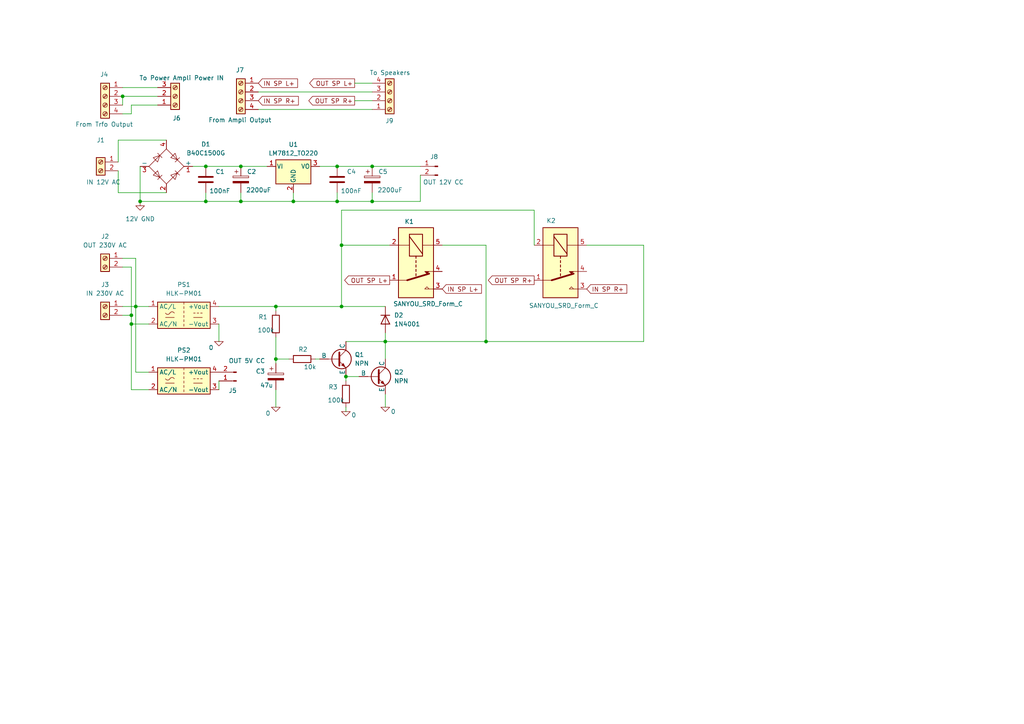
<source format=kicad_sch>
(kicad_sch (version 20250114) (generator "eeschema") (generator_version "9.0")
  (paper "A4")
  (lib_symbols
    (symbol "Connector:Conn_01x02_Pin" (pin_names (offset 1.016) (hide yes))
      (property "Reference" "J" (at 0 2.54 0))
      (property "Value" "Conn_01x02_Pin" (at 0 -5.08 0))
      (symbol "Conn_01x02_Pin_1_1"
        (rectangle (start 0.8636 0.127) (end 0 -0.127) (stroke (width 0.1524)) (fill (type outline)))
        (rectangle (start 0.8636 -2.413) (end 0 -2.667) (stroke (width 0.1524)) (fill (type outline)))
        (polyline (pts (xy 1.27 0) (xy 0.8636 0)) (stroke (width 0.1524)))
        (polyline (pts (xy 1.27 -2.54) (xy 0.8636 -2.54)) (stroke (width 0.1524)))
        (pin passive line (at 5.08 0 180) (length 3.81) (name "Pin_1") (number "1"))
        (pin passive line (at 5.08 -2.54 180) (length 3.81) (name "Pin_2") (number "2"))
      )
    )
    (symbol "Connector:Screw_Terminal_01x02" (pin_names (offset 1.016) (hide yes))
      (property "Reference" "J" (at 0 2.54 0))
      (property "Value" "Screw_Terminal_01x02" (at 0 -5.08 0))
      (symbol "Screw_Terminal_01x02_1_1"
        (rectangle (start -1.27 1.27) (end 1.27 -3.81) (stroke (width 0.254)) (fill (type background)))
        (polyline (pts (xy -0.5334 0.3302) (xy 0.3302 -0.508)) (stroke (width 0.1524)))
        (polyline (pts (xy -0.5334 -2.2098) (xy 0.3302 -3.048)) (stroke (width 0.1524)))
        (polyline (pts (xy -0.3556 0.508) (xy 0.508 -0.3302)) (stroke (width 0.1524)))
        (polyline (pts (xy -0.3556 -2.032) (xy 0.508 -2.8702)) (stroke (width 0.1524)))
        (circle (center 0 0) (radius 0.635) (stroke (width 0.1524)))
        (circle (center 0 -2.54) (radius 0.635) (stroke (width 0.1524)))
        (pin passive line (at -5.08 0 0) (length 3.81) (name "Pin_1") (number "1"))
        (pin passive line (at -5.08 -2.54 0) (length 3.81) (name "Pin_2") (number "2"))
      )
    )
    (symbol "Connector:Screw_Terminal_01x03" (pin_names (offset 1.016) (hide yes))
      (property "Reference" "J" (at 0 5.08 0))
      (property "Value" "Screw_Terminal_01x03" (at 0 -5.08 0))
      (symbol "Screw_Terminal_01x03_1_1"
        (rectangle (start -1.27 3.81) (end 1.27 -3.81) (stroke (width 0.254)) (fill (type background)))
        (polyline (pts (xy -0.5334 2.8702) (xy 0.3302 2.032)) (stroke (width 0.1524)))
        (polyline (pts (xy -0.5334 0.3302) (xy 0.3302 -0.508)) (stroke (width 0.1524)))
        (polyline (pts (xy -0.5334 -2.2098) (xy 0.3302 -3.048)) (stroke (width 0.1524)))
        (polyline (pts (xy -0.3556 3.048) (xy 0.508 2.2098)) (stroke (width 0.1524)))
        (polyline (pts (xy -0.3556 0.508) (xy 0.508 -0.3302)) (stroke (width 0.1524)))
        (polyline (pts (xy -0.3556 -2.032) (xy 0.508 -2.8702)) (stroke (width 0.1524)))
        (circle (center 0 2.54) (radius 0.635) (stroke (width 0.1524)))
        (circle (center 0 0) (radius 0.635) (stroke (width 0.1524)))
        (circle (center 0 -2.54) (radius 0.635) (stroke (width 0.1524)))
        (pin passive line (at -5.08 2.54 0) (length 3.81) (name "Pin_1") (number "1"))
        (pin passive line (at -5.08 0 0) (length 3.81) (name "Pin_2") (number "2"))
        (pin passive line (at -5.08 -2.54 0) (length 3.81) (name "Pin_3") (number "3"))
      )
    )
    (symbol "Connector:Screw_Terminal_01x04" (pin_names (offset 1.016) (hide yes))
      (property "Reference" "J" (at 0 5.08 0))
      (property "Value" "Screw_Terminal_01x04" (at 0 -7.62 0))
      (symbol "Screw_Terminal_01x04_1_1"
        (rectangle (start -1.27 3.81) (end 1.27 -6.35) (stroke (width 0.254)) (fill (type background)))
        (polyline (pts (xy -0.5334 2.8702) (xy 0.3302 2.032)) (stroke (width 0.1524)))
        (polyline (pts (xy -0.5334 0.3302) (xy 0.3302 -0.508)) (stroke (width 0.1524)))
        (polyline (pts (xy -0.5334 -2.2098) (xy 0.3302 -3.048)) (stroke (width 0.1524)))
        (polyline (pts (xy -0.5334 -4.7498) (xy 0.3302 -5.588)) (stroke (width 0.1524)))
        (polyline (pts (xy -0.3556 3.048) (xy 0.508 2.2098)) (stroke (width 0.1524)))
        (polyline (pts (xy -0.3556 0.508) (xy 0.508 -0.3302)) (stroke (width 0.1524)))
        (polyline (pts (xy -0.3556 -2.032) (xy 0.508 -2.8702)) (stroke (width 0.1524)))
        (polyline (pts (xy -0.3556 -4.572) (xy 0.508 -5.4102)) (stroke (width 0.1524)))
        (circle (center 0 2.54) (radius 0.635) (stroke (width 0.1524)))
        (circle (center 0 0) (radius 0.635) (stroke (width 0.1524)))
        (circle (center 0 -2.54) (radius 0.635) (stroke (width 0.1524)))
        (circle (center 0 -5.08) (radius 0.635) (stroke (width 0.1524)))
        (pin passive line (at -5.08 2.54 0) (length 3.81) (name "Pin_1") (number "1"))
        (pin passive line (at -5.08 0 0) (length 3.81) (name "Pin_2") (number "2"))
        (pin passive line (at -5.08 -2.54 0) (length 3.81) (name "Pin_3") (number "3"))
        (pin passive line (at -5.08 -5.08 0) (length 3.81) (name "Pin_4") (number "4"))
      )
    )
    (symbol "Converter_ACDC:HLK-PM01"
      (property "Reference" "PS" (at 0 5.08 0))
      (property "Value" "HLK-PM01" (at 0 -5.08 0))
      (symbol "HLK-PM01_0_1"
        (rectangle (start -7.62 3.81) (end 7.62 -3.81) (stroke (width 0.254)) (fill (type background)))
        (polyline (pts (xy -5.334 -0.635) (xy -2.794 -0.635)))
        (arc (start -4.064 0.635) (mid -4.699 0.2495) (end -5.334 0.635))
        (arc (start -4.064 0.635) (mid -3.429 1.0072) (end -2.794 0.635))
        (polyline (pts (xy 0 3.81) (xy 0 3.175)))
        (polyline (pts (xy 0 2.54) (xy 0 1.905)))
        (polyline (pts (xy 0 1.27) (xy 0 0.635)))
        (polyline (pts (xy 0 0) (xy 0 -0.635)))
        (polyline (pts (xy 0 -1.27) (xy 0 -1.905)))
        (polyline (pts (xy 0 -2.54) (xy 0 -3.175)))
        (polyline (pts (xy 2.794 0.635) (xy 3.302 0.635)))
        (polyline (pts (xy 2.794 -0.635) (xy 5.334 -0.635)))
        (polyline (pts (xy 3.81 0.635) (xy 4.318 0.635)))
        (polyline (pts (xy 4.826 0.635) (xy 5.334 0.635)))
      )
      (symbol "HLK-PM01_1_1"
        (pin power_in line (at -10.16 2.54 0) (length 2.54) (name "AC/L") (number "1"))
        (pin power_in line (at -10.16 -2.54 0) (length 2.54) (name "AC/N") (number "2"))
        (pin power_out line (at 10.16 2.54 180) (length 2.54) (name "+Vout") (number "4"))
        (pin power_out line (at 10.16 -2.54 180) (length 2.54) (name "-Vout") (number "3"))
      )
    )
    (symbol "Device:C" (pin_numbers (hide yes)) (pin_names (offset 0.254))
      (property "Reference" "C" (at 0.635 2.54 0))
      (property "Value" "C" (at 0.635 -2.54 0))
      (symbol "C_0_1"
        (polyline (pts (xy -2.032 0.762) (xy 2.032 0.762)) (stroke (width 0.508)))
        (polyline (pts (xy -2.032 -0.762) (xy 2.032 -0.762)) (stroke (width 0.508)))
      )
      (symbol "C_1_1"
        (pin passive line (at 0 3.81 270) (length 2.794) (name "~") (number "1"))
        (pin passive line (at 0 -3.81 90) (length 2.794) (name "~") (number "2"))
      )
    )
    (symbol "Device:C_Polarized" (pin_numbers (hide yes)) (pin_names (offset 0.254))
      (property "Reference" "C" (at 0.635 2.54 0))
      (property "Value" "C_Polarized" (at 0.635 -2.54 0))
      (symbol "C_Polarized_0_1"
        (rectangle (start -2.286 0.508) (end 2.286 1.016))
        (polyline (pts (xy -1.778 2.286) (xy -0.762 2.286)))
        (polyline (pts (xy -1.27 2.794) (xy -1.27 1.778)))
        (rectangle (start 2.286 -0.508) (end -2.286 -1.016) (fill (type outline)))
      )
      (symbol "C_Polarized_1_1"
        (pin passive line (at 0 3.81 270) (length 2.794) (name "~") (number "1"))
        (pin passive line (at 0 -3.81 90) (length 2.794) (name "~") (number "2"))
      )
    )
    (symbol "Device:R" (pin_numbers (hide yes)) (pin_names (offset 0))
      (property "Reference" "R" (at 2.032 0 90))
      (property "Value" "R" (at 0 0 90))
      (symbol "R_0_1"
        (rectangle (start -1.016 -2.54) (end 1.016 2.54) (stroke (width 0.254)))
      )
      (symbol "R_1_1"
        (pin passive line (at 0 3.81 270) (length 1.27) (name "~") (number "1"))
        (pin passive line (at 0 -3.81 90) (length 1.27) (name "~") (number "2"))
      )
    )
    (symbol "Diode:1N4001" (pin_numbers (hide yes)) (pin_names (hide yes))
      (property "Reference" "D" (at 0 2.54 0))
      (property "Value" "1N4001" (at 0 -2.54 0))
      (symbol "1N4001_0_1"
        (polyline (pts (xy -1.27 1.27) (xy -1.27 -1.27)) (stroke (width 0.254)))
        (polyline (pts (xy 1.27 1.27) (xy 1.27 -1.27) (xy -1.27 0) (xy 1.27 1.27)) (stroke (width 0.254)))
        (polyline (pts (xy 1.27 0) (xy -1.27 0)))
      )
      (symbol "1N4001_1_1"
        (pin passive line (at -3.81 0 0) (length 2.54) (name "K") (number "1"))
        (pin passive line (at 3.81 0 180) (length 2.54) (name "A") (number "2"))
      )
    )
    (symbol "Diode_Bridge:B40C1500G" (pin_names (offset 0))
      (property "Reference" "D" (at 2.54 6.985 0))
      (property "Value" "B40C1500G" (at 2.54 5.08 0))
      (symbol "B40C1500G_0_1"
        (polyline (pts (xy -5.08 0) (xy 0 -5.08) (xy 5.08 0) (xy 0 5.08) (xy -5.08 0)))
        (polyline (pts (xy -3.81 2.54) (xy -2.54 1.27) (xy -1.905 3.175) (xy -3.81 2.54)))
        (polyline (pts (xy -2.54 3.81) (xy -1.27 2.54)))
        (polyline (pts (xy -2.54 -1.27) (xy -3.81 -2.54) (xy -1.905 -3.175) (xy -2.54 -1.27)))
        (polyline (pts (xy -1.27 -2.54) (xy -2.54 -3.81)))
        (polyline (pts (xy 1.27 2.54) (xy 2.54 3.81) (xy 3.175 1.905) (xy 1.27 2.54)))
        (polyline (pts (xy 2.54 1.27) (xy 3.81 2.54)))
        (polyline (pts (xy 2.54 -1.27) (xy 3.81 -2.54)))
        (polyline (pts (xy 3.175 -1.905) (xy 1.27 -2.54) (xy 2.54 -3.81) (xy 3.175 -1.905)))
      )
      (symbol "B40C1500G_1_1"
        (pin passive line (at -7.62 0 0) (length 2.54) (name "-") (number "3"))
        (pin passive line (at 0 7.62 270) (length 2.54) (name "~") (number "4"))
        (pin passive line (at 0 -7.62 90) (length 2.54) (name "~") (number "2"))
        (pin passive line (at 7.62 0 180) (length 2.54) (name "+") (number "1"))
      )
    )
    (symbol "Regulator_Linear:LM7812_TO220" (pin_names (offset 0.254))
      (property "Reference" "U" (at -3.81 3.175 0))
      (property "Value" "LM7812_TO220" (at 0 3.175 0))
      (symbol "LM7812_TO220_0_1"
        (rectangle (start -5.08 1.905) (end 5.08 -5.08) (stroke (width 0.254)) (fill (type background)))
      )
      (symbol "LM7812_TO220_1_1"
        (pin power_in line (at -7.62 0 0) (length 2.54) (name "VI") (number "1"))
        (pin power_in line (at 0 -7.62 90) (length 2.54) (name "GND") (number "2"))
        (pin power_out line (at 7.62 0 180) (length 2.54) (name "VO") (number "3"))
      )
    )
    (symbol "Relay:SANYOU_SRD_Form_C"
      (property "Reference" "K" (at 11.43 3.81 0))
      (property "Value" "SANYOU_SRD_Form_C" (at 11.43 1.27 0))
      (symbol "SANYOU_SRD_Form_C_0_0"
        (polyline (pts (xy 7.62 5.08) (xy 7.62 2.54) (xy 6.985 3.175) (xy 7.62 3.81)))
      )
      (symbol "SANYOU_SRD_Form_C_0_1"
        (rectangle (start -10.16 5.08) (end 10.16 -5.08) (stroke (width 0.254)) (fill (type background)))
        (rectangle (start -8.255 1.905) (end -1.905 -1.905) (stroke (width 0.254)))
        (polyline (pts (xy -7.62 -1.905) (xy -2.54 1.905)) (stroke (width 0.254)))
        (polyline (pts (xy -5.08 5.08) (xy -5.08 1.905)))
        (polyline (pts (xy -5.08 -5.08) (xy -5.08 -1.905)))
        (polyline (pts (xy -1.905 0) (xy -1.27 0)) (stroke (width 0.254)))
        (polyline (pts (xy -0.635 0) (xy 0 0)) (stroke (width 0.254)))
        (polyline (pts (xy 0.635 0) (xy 1.27 0)) (stroke (width 0.254)))
        (polyline (pts (xy 1.905 0) (xy 2.54 0)) (stroke (width 0.254)))
        (polyline (pts (xy 3.175 0) (xy 3.81 0)) (stroke (width 0.254)))
        (polyline (pts (xy 5.08 -2.54) (xy 3.175 3.81)) (stroke (width 0.508)))
        (polyline (pts (xy 5.08 -2.54) (xy 5.08 -5.08)))
      )
      (symbol "SANYOU_SRD_Form_C_1_1"
        (polyline (pts (xy 2.54 3.81) (xy 3.175 3.175) (xy 2.54 2.54) (xy 2.54 5.08)) (fill (type outline)))
        (pin passive line (at -5.08 7.62 270) (length 2.54) (name "~") (number "5"))
        (pin passive line (at -5.08 -7.62 90) (length 2.54) (name "~") (number "2"))
        (pin passive line (at 2.54 7.62 270) (length 2.54) (name "~") (number "4"))
        (pin passive line (at 5.08 -7.62 90) (length 2.54) (name "~") (number "1"))
        (pin passive line (at 7.62 7.62 270) (length 2.54) (name "~") (number "3"))
      )
    )
    (symbol "Simulation_SPICE:0" (power) (pin_numbers (hide yes)) (pin_names (offset 0) (hide yes))
      (property "Value" "0" (at 0 -2.54 0))
      (symbol "0_0_1"
        (polyline (pts (xy -1.27 0) (xy 0 -1.27) (xy 1.27 0) (xy -1.27 0)))
      )
      (symbol "0_1_1"
        (pin power_in line (at 0 0 0) (length 0) (name "~") (number "1"))
      )
    )
    (symbol "Simulation_SPICE:NPN" (pin_numbers (hide yes)) (pin_names (offset 0))
      (property "Reference" "Q" (at -2.54 7.62 0))
      (property "Value" "NPN" (at -2.54 5.08 0))
      (symbol "NPN_0_1"
        (polyline (pts (xy -2.54 0) (xy 0.635 0)) (stroke (width 0.1524)))
        (polyline (pts (xy 0.635 1.905) (xy 0.635 -1.905) (xy 0.635 -1.905)) (stroke (width 0.508)))
        (polyline (pts (xy 0.635 0.635) (xy 2.54 2.54)))
        (polyline (pts (xy 0.635 -0.635) (xy 2.54 -2.54) (xy 2.54 -2.54)))
        (circle (center 1.27 0) (radius 2.8194) (stroke (width 0.254)))
        (polyline (pts (xy 1.27 -1.778) (xy 1.778 -1.27) (xy 2.286 -2.286) (xy 1.27 -1.778) (xy 1.27 -1.778)) (fill (type outline)))
        (polyline (pts (xy 2.794 -1.27) (xy 2.794 -1.27)) (stroke (width 0.1524)))
        (polyline (pts (xy 2.794 -1.27) (xy 2.794 -1.27)) (stroke (width 0.1524)))
      )
      (symbol "NPN_1_1"
        (pin input line (at -5.08 0 0) (length 2.54) (name "B") (number "2"))
        (pin open_collector line (at 2.54 5.08 270) (length 2.54) (name "C") (number "1"))
        (pin open_emitter line (at 2.54 -5.08 90) (length 2.54) (name "E") (number "3"))
      )
    )
    (symbol "power:GND" (power) (pin_numbers (hide yes)) (pin_names (offset 0) (hide yes))
      (property "Value" "GND" (at 0 -3.81 0))
      (symbol "GND_0_1"
        (polyline (pts (xy 0 0) (xy 0 -1.27) (xy 1.27 -1.27) (xy 0 -2.54) (xy -1.27 -1.27) (xy 0 -1.27)))
      )
      (symbol "GND_1_1"
        (pin power_in line (at 0 0 270) (length 0) (name "~") (number "1"))
      )
    )
  )
  (junction (at 111.76 99.06))
  (junction (at 100.33 109.22))
  (junction (at 107.95 58.42))
  (junction (at 40.64 58.42))
  (junction (at 38.1 93.98))
  (junction (at 80.01 104.14))
  (junction (at 59.69 58.42))
  (junction (at 35.56 27.94))
  (junction (at 99.06 71.12))
  (junction (at 107.95 48.26))
  (junction (at 69.85 48.26))
  (junction (at 97.79 58.42))
  (junction (at 140.97 99.06))
  (junction (at 85.09 58.42))
  (junction (at 69.85 58.42))
  (junction (at 39.37 88.9))
  (junction (at 97.79 48.26))
  (junction (at 59.69 48.26))
  (junction (at 99.06 88.9))
  (junction (at 38.1 91.44))
  (junction (at 80.01 88.9))
  (wire (pts (xy 69.85 48.26) (xy 77.47 48.26)))
  (wire (pts (xy 140.97 99.06) (xy 186.69 99.06)))
  (wire (pts (xy 100.33 99.06) (xy 111.76 99.06)))
  (wire (pts (xy 43.18 107.95) (xy 39.37 107.95)))
  (wire (pts (xy 34.29 46.99) (xy 34.29 40.64)))
  (wire (pts (xy 128.27 71.12) (xy 140.97 71.12)))
  (wire (pts (xy 85.09 55.88) (xy 85.09 58.42)))
  (wire (pts (xy 97.79 58.42) (xy 85.09 58.42)))
  (wire (pts (xy 38.1 113.03) (xy 38.1 93.98)))
  (wire (pts (xy 63.5 110.49) (xy 63.5 113.03)))
  (wire (pts (xy 100.33 119.38) (xy 100.33 118.11)))
  (wire (pts (xy 80.01 88.9) (xy 63.5 88.9)))
  (wire (pts (xy 59.69 48.26) (xy 69.85 48.26)))
  (wire (pts (xy 85.09 58.42) (xy 69.85 58.42)))
  (wire (pts (xy 38.1 93.98) (xy 43.18 93.98)))
  (wire (pts (xy 40.64 58.42) (xy 59.69 58.42)))
  (wire (pts (xy 38.1 91.44) (xy 35.56 91.44)))
  (wire (pts (xy 107.95 48.26) (xy 121.92 48.26)))
  (wire (pts (xy 107.95 58.42) (xy 97.79 58.42)))
  (wire (pts (xy 35.56 27.94) (xy 45.72 27.94)))
  (wire (pts (xy 69.85 58.42) (xy 59.69 58.42)))
  (wire (pts (xy 99.06 88.9) (xy 111.76 88.9)))
  (wire (pts (xy 35.56 27.94) (xy 35.56 30.48)))
  (wire (pts (xy 59.69 55.88) (xy 59.69 58.42)))
  (wire (pts (xy 154.94 71.12) (xy 154.94 60.96)))
  (wire (pts (xy 55.88 48.26) (xy 59.69 48.26)))
  (wire (pts (xy 43.18 113.03) (xy 38.1 113.03)))
  (wire (pts (xy 99.06 60.96) (xy 99.06 71.12)))
  (wire (pts (xy 38.1 30.48) (xy 45.72 30.48)))
  (wire (pts (xy 40.64 48.26) (xy 40.64 58.42)))
  (wire (pts (xy 80.01 105.41) (xy 80.01 104.14)))
  (wire (pts (xy 97.79 55.88) (xy 97.79 58.42)))
  (wire (pts (xy 100.33 109.22) (xy 104.14 109.22)))
  (wire (pts (xy 99.06 71.12) (xy 99.06 88.9)))
  (wire (pts (xy 92.71 48.26) (xy 97.79 48.26)))
  (wire (pts (xy 34.29 49.53) (xy 34.29 55.88)))
  (wire (pts (xy 39.37 88.9) (xy 43.18 88.9)))
  (wire (pts (xy 107.95 24.13) (xy 102.87 24.13)))
  (wire (pts (xy 111.76 96.52) (xy 111.76 99.06)))
  (wire (pts (xy 35.56 74.93) (xy 39.37 74.93)))
  (wire (pts (xy 35.56 25.4) (xy 45.72 25.4)))
  (wire (pts (xy 39.37 107.95) (xy 39.37 88.9)))
  (wire (pts (xy 97.79 48.26) (xy 107.95 48.26)))
  (wire (pts (xy 34.29 55.88) (xy 48.26 55.88)))
  (wire (pts (xy 80.01 97.79) (xy 80.01 104.14)))
  (wire (pts (xy 111.76 99.06) (xy 111.76 104.14)))
  (wire (pts (xy 35.56 33.02) (xy 38.1 33.02)))
  (wire (pts (xy 186.69 71.12) (xy 186.69 99.06)))
  (wire (pts (xy 63.5 93.98) (xy 63.5 99.06)))
  (wire (pts (xy 121.92 58.42) (xy 107.95 58.42)))
  (wire (pts (xy 80.01 104.14) (xy 83.82 104.14)))
  (wire (pts (xy 107.95 55.88) (xy 107.95 58.42)))
  (wire (pts (xy 80.01 88.9) (xy 80.01 90.17)))
  (wire (pts (xy 99.06 60.96) (xy 154.94 60.96)))
  (wire (pts (xy 121.92 50.8) (xy 121.92 58.42)))
  (wire (pts (xy 74.93 26.67) (xy 107.95 26.67)))
  (wire (pts (xy 38.1 33.02) (xy 38.1 30.48)))
  (wire (pts (xy 35.56 88.9) (xy 39.37 88.9)))
  (wire (pts (xy 39.37 74.93) (xy 39.37 88.9)))
  (wire (pts (xy 34.29 40.64) (xy 48.26 40.64)))
  (wire (pts (xy 74.93 31.75) (xy 107.95 31.75)))
  (wire (pts (xy 170.18 71.12) (xy 186.69 71.12)))
  (wire (pts (xy 38.1 77.47) (xy 38.1 91.44)))
  (wire (pts (xy 111.76 99.06) (xy 140.97 99.06)))
  (wire (pts (xy 35.56 77.47) (xy 38.1 77.47)))
  (wire (pts (xy 69.85 55.88) (xy 69.85 58.42)))
  (wire (pts (xy 99.06 71.12) (xy 113.03 71.12)))
  (wire (pts (xy 100.33 110.49) (xy 100.33 109.22)))
  (wire (pts (xy 80.01 88.9) (xy 99.06 88.9)))
  (wire (pts (xy 107.95 29.21) (xy 102.87 29.21)))
  (wire (pts (xy 38.1 91.44) (xy 38.1 93.98)))
  (wire (pts (xy 80.01 113.03) (xy 80.01 118.11)))
  (wire (pts (xy 91.44 104.14) (xy 92.71 104.14)))
  (wire (pts (xy 140.97 71.12) (xy 140.97 99.06)))
  (wire (pts (xy 111.76 114.3) (xy 111.76 118.11)))
  (global_label "OUT SP L+" (shape output) (at 102.87 24.13 180) (property "Intersheetrefs" "${INTERSHEET_REFS}" (effects (hide yes))))
  (global_label "IN SP L+" (shape input) (at 74.93 24.13 0) (property "Intersheetrefs" "${INTERSHEET_REFS}" (effects (hide yes))))
  (global_label "IN SP R+" (shape input) (at 74.93 29.21 0) (property "Intersheetrefs" "${INTERSHEET_REFS}" (effects (hide yes))))
  (global_label "OUT SP R+" (shape output) (at 154.94 81.28 180) (property "Intersheetrefs" "${INTERSHEET_REFS}" (effects (hide yes))))
  (global_label "OUT SP R+" (shape output) (at 102.87 29.21 180) (property "Intersheetrefs" "${INTERSHEET_REFS}" (effects (hide yes))))
  (global_label "OUT SP L+" (shape output) (at 113.03 81.28 180) (property "Intersheetrefs" "${INTERSHEET_REFS}" (effects (hide yes))))
  (global_label "IN SP R+" (shape input) (at 170.18 83.82 0) (property "Intersheetrefs" "${INTERSHEET_REFS}" (effects (hide yes))))
  (global_label "IN SP L+" (shape input) (at 128.27 83.82 0) (property "Intersheetrefs" "${INTERSHEET_REFS}" (effects (hide yes))))
  (symbol (lib_id "Connector:Screw_Terminal_01x02") (at 30.48 88.9 0) (mirror y) (unit 1)
    (property "Reference" "J3" (at 30.48 82.55 0))
    (property "Value" "IN 230V AC" (at 30.48 85.09 0))
    (property "Footprint" "TerminalBlock:TerminalBlock_Altech_AK300-2_P5.00mm" (effects (hide yes)))
    (property "Description" "Generic screw terminal, single row, 01x02, script generated (kicad-library-utils/schlib/autogen/connector/)" (effects (hide yes)))
  )
  (symbol (lib_id "Connector:Screw_Terminal_01x04") (at 69.85 26.67 0) (mirror y) (unit 1)
    (property "Reference" "J7" (at 69.596 20.32 0))
    (property "Value" "From Ampli Output" (at 69.596 34.798 0))
    (property "Footprint" "TerminalBlock:TerminalBlock_Altech_AK300-4_P5.00mm" (effects (hide yes)))
    (property "Description" "Generic screw terminal, single row, 01x04, script generated (kicad-library-utils/schlib/autogen/connector/)" (effects (hide yes)))
  )
  (symbol (lib_id "Simulation_SPICE:NPN") (at 109.22 109.22 0) (unit 1)
    (property "Reference" "Q2" (at 114.3 107.9499 0) (effects (justify left)))
    (property "Value" "NPN" (at 114.3 110.4899 0) (effects (justify left)))
    (property "Footprint" "Components:TO-126-3_Vertical" (effects (hide yes)))
    (property "Datasheet" "https://ngspice.sourceforge.io/docs/ngspice-html-manual/manual.xhtml#cha_BJTs" (effects (hide yes)))
    (property "Description" "Bipolar transistor symbol for simulation only, substrate tied to the emitter" (effects (hide yes)))
    (property "Sim.Device" "NPN" (effects (hide yes)))
    (property "Sim.Type" "GUMMELPOON" (effects (hide yes)))
    (property "Sim.Pins" "1=C 2=B 3=E" (effects (hide yes)))
  )
  (symbol (lib_id "Relay:SANYOU_SRD_Form_C") (at 162.56 76.2 270) (unit 1)
    (property "Reference" "K2" (at 158.496 64.008 90) (effects (justify left)))
    (property "Value" "SANYOU_SRD_Form_C" (at 153.416 88.646 90) (effects (justify left)))
    (property "Footprint" "Relay_THT:Relay_SPDT_SANYOU_SRD_Series_Form_C" (effects (hide yes)))
    (property "Datasheet" "http://www.sanyourelay.ca/public/products/pdf/SRD.pdf" (effects (hide yes)))
    (property "Description" "Sanyo SRD relay, Single Pole Miniature Power Relay," (effects (hide yes)))
  )
  (symbol (lib_id "Connector:Conn_01x02_Pin") (at 68.58 110.49 180) (unit 1)
    (property "Reference" "J5" (at 66.294 113.284 0) (effects (justify right)))
    (property "Value" "OUT 5V CC" (at 66.294 104.648 0) (effects (justify right)))
    (property "Footprint" "Connector_JST:JST_XH_B2B-XH-A_1x02_P2.50mm_Vertical" (effects (hide yes)))
    (property "Description" "Generic connector, single row, 01x02, script generated" (effects (hide yes)))
  )
  (symbol (lib_id "Connector:Conn_01x02_Pin") (at 127 48.26 0) (mirror y) (unit 1)
    (property "Reference" "J8" (at 124.714 45.466 0) (effects (justify right)))
    (property "Value" "OUT 12V CC" (at 122.682 52.832 0) (effects (justify right)))
    (property "Footprint" "Connector_JST:JST_XH_B2B-XH-A_1x02_P2.50mm_Vertical" (effects (hide yes)))
    (property "Description" "Generic connector, single row, 01x02, script generated" (effects (hide yes)))
  )
  (symbol (lib_id "Device:C") (at 59.69 52.07 0) (unit 1)
    (property "Reference" "C1" (at 62.484 49.784 0) (effects (justify left)))
    (property "Value" "100nF" (at 60.706 55.372 0) (effects (justify left)))
    (property "Footprint" "Capacitor_THT:C_Disc_D8.0mm_W2.5mm_P5.00mm" (effects (hide yes)))
    (property "Description" "Unpolarized capacitor" (effects (hide yes)))
  )
  (symbol (lib_id "Connector:Screw_Terminal_01x02") (at 29.21 46.99 0) (mirror y) (unit 1)
    (property "Reference" "J1" (at 29.21 40.64 0))
    (property "Value" "IN 12V AC" (at 29.972 52.832 0))
    (property "Footprint" "TerminalBlock:TerminalBlock_Altech_AK300-2_P5.00mm" (effects (hide yes)))
    (property "Description" "Generic screw terminal, single row, 01x02, script generated (kicad-library-utils/schlib/autogen/connector/)" (effects (hide yes)))
  )
  (symbol (lib_id "Connector:Screw_Terminal_01x04") (at 30.48 27.94 0) (mirror y) (unit 1)
    (property "Reference" "J4" (at 30.226 21.59 0))
    (property "Value" "From Trfo Output" (at 30.226 36.068 0))
    (property "Footprint" "TerminalBlock:TerminalBlock_Altech_AK300-4_P5.00mm" (effects (hide yes)))
    (property "Description" "Generic screw terminal, single row, 01x04, script generated (kicad-library-utils/schlib/autogen/connector/)" (effects (hide yes)))
  )
  (symbol (lib_id "Simulation_SPICE:NPN") (at 97.79 104.14 0) (unit 1)
    (property "Reference" "Q1" (at 102.87 102.8699 0) (effects (justify left)))
    (property "Value" "NPN" (at 102.87 105.4099 0) (effects (justify left)))
    (property "Footprint" "Package_TO_SOT_THT:TO-92L_Inline_Wide" (effects (hide yes)))
    (property "Datasheet" "https://ngspice.sourceforge.io/docs/ngspice-html-manual/manual.xhtml#cha_BJTs" (effects (hide yes)))
    (property "Description" "Bipolar transistor symbol for simulation only, substrate tied to the emitter" (effects (hide yes)))
    (property "Sim.Device" "NPN" (effects (hide yes)))
    (property "Sim.Type" "GUMMELPOON" (effects (hide yes)))
    (property "Sim.Pins" "1=C 2=B 3=E" (effects (hide yes)))
  )
  (symbol (lib_id "Device:R") (at 80.01 93.98 0) (unit 1)
    (property "Reference" "R1" (at 74.93 91.948 0) (effects (justify left)))
    (property "Value" "100k" (at 74.676 95.758 0) (effects (justify left)))
    (property "Footprint" "Resistor_THT:R_Axial_DIN0207_L6.3mm_D2.5mm_P15.24mm_Horizontal" (effects (hide yes)))
    (property "Description" "Resistor" (effects (hide yes)))
  )
  (symbol (lib_id "Connector:Screw_Terminal_01x02") (at 30.48 74.93 0) (mirror y) (unit 1)
    (property "Reference" "J2" (at 30.48 68.58 0))
    (property "Value" "OUT 230V AC" (at 30.48 71.12 0))
    (property "Footprint" "TerminalBlock:TerminalBlock_Altech_AK300-2_P5.00mm" (effects (hide yes)))
    (property "Description" "Generic screw terminal, single row, 01x02, script generated (kicad-library-utils/schlib/autogen/connector/)" (effects (hide yes)))
  )
  (symbol (lib_id "Converter_ACDC:HLK-PM01") (at 53.34 91.44 0) (unit 1)
    (property "Reference" "PS1" (at 53.34 82.55 0))
    (property "Value" "HLK-PM01" (at 53.34 85.09 0))
    (property "Footprint" "Components:Converter_ACDC_Hi-Link_HLK-PMxx" (effects (hide yes)))
    (property "Datasheet" "https://h.hlktech.com/download/ACDC%E7%94%B5%E6%BA%90%E6%A8%A1%E5%9D%973W%E7%B3%BB%E5%88%97/1/%E6%B5%B7%E5%87%8C%E7%A7%913W%E7%B3%BB%E5%88%97%E7%94%B5%E6%BA%90%E6%A8%A1%E5%9D%97%E8%A7%84%E6%A0%BC%E4%B9%A6V2.8.pdf" (effects (hide yes)))
    (property "Description" "Compact AC/DC board mount power module 3W 5V" (effects (hide yes)))
  )
  (symbol (lib_id "Diode:1N4001") (at 111.76 92.71 270) (unit 1)
    (property "Reference" "D2" (at 114.3 91.4399 90) (effects (justify left)))
    (property "Value" "1N4001" (at 114.3 93.9799 90) (effects (justify left)))
    (property "Footprint" "Diode_THT:D_DO-41_SOD81_P10.16mm_Horizontal" (effects (hide yes)))
    (property "Datasheet" "http://www.vishay.com/docs/88503/1n4001.pdf" (effects (hide yes)))
    (property "Description" "50V 1A General Purpose Rectifier Diode, DO-41" (effects (hide yes)))
    (property "Sim.Device" "D" (effects (hide yes)))
    (property "Sim.Pins" "1=K 2=A" (effects (hide yes)))
  )
  (symbol (lib_id "Simulation_SPICE:0") (at 80.01 118.11 0) (unit 1)
    (property "Reference" "#GND02" (effects (hide yes)))
    (property "Value" "0" (at 77.724 119.888 0))
    (property "Datasheet" "https://ngspice.sourceforge.io/docs/ngspice-html-manual/manual.xhtml#subsec_Circuit_elements__device" (effects (hide yes)))
    (property "Description" "0V reference potential for simulation" (effects (hide yes)))
  )
  (symbol (lib_id "Device:C_Polarized") (at 69.85 52.07 0) (unit 1)
    (property "Reference" "C2" (at 71.628 49.784 0) (effects (justify left)))
    (property "Value" "2200uF" (at 71.374 55.118 0) (effects (justify left)))
    (property "Footprint" "Capacitor_THT:CP_Radial_D12.5mm_P5.00mm" (effects (hide yes)))
    (property "Description" "Polarized capacitor" (effects (hide yes)))
  )
  (symbol (lib_id "Regulator_Linear:LM7812_TO220") (at 85.09 48.26 0) (unit 1)
    (property "Reference" "U1" (at 85.09 41.91 0))
    (property "Value" "LM7812_TO220" (at 85.09 44.45 0))
    (property "Footprint" "Package_TO_SOT_THT:TO-220-3_Vertical" (effects (hide yes)))
    (property "Datasheet" "https://www.onsemi.cn/PowerSolutions/document/MC7800-D.PDF" (effects (hide yes)))
    (property "Description" "Positive 1A 35V Linear Regulator, Fixed Output 12V, TO-220" (effects (hide yes)))
  )
  (symbol (lib_id "Connector:Screw_Terminal_01x03") (at 50.8 27.94 0) (mirror x) (unit 1)
    (property "Reference" "J6" (at 50.038 34.29 0) (effects (justify left)))
    (property "Value" "To Power Ampli Power IN" (at 40.386 22.606 0) (effects (justify left)))
    (property "Footprint" "TerminalBlock:TerminalBlock_Altech_AK300-3_P5.00mm" (effects (hide yes)))
    (property "Description" "Generic screw terminal, single row, 01x03, script generated (kicad-library-utils/schlib/autogen/connector/)" (effects (hide yes)))
  )
  (symbol (lib_id "Simulation_SPICE:0") (at 111.76 118.11 0) (unit 1)
    (property "Reference" "#GND04" (effects (hide yes)))
    (property "Value" "0" (at 114.046 119.38 0))
    (property "Datasheet" "https://ngspice.sourceforge.io/docs/ngspice-html-manual/manual.xhtml#subsec_Circuit_elements__device" (effects (hide yes)))
    (property "Description" "0V reference potential for simulation" (effects (hide yes)))
  )
  (symbol (lib_id "Device:R") (at 87.63 104.14 90) (unit 1)
    (property "Reference" "R2" (at 87.884 101.346 90))
    (property "Value" "10k" (at 89.916 106.426 90))
    (property "Footprint" "Resistor_THT:R_Axial_DIN0207_L6.3mm_D2.5mm_P15.24mm_Horizontal" (effects (hide yes)))
    (property "Description" "Resistor" (effects (hide yes)))
  )
  (symbol (lib_id "Simulation_SPICE:0") (at 63.5 99.06 0) (unit 1)
    (property "Reference" "#GND01" (effects (hide yes)))
    (property "Value" "0" (at 61.214 100.838 0))
    (property "Datasheet" "https://ngspice.sourceforge.io/docs/ngspice-html-manual/manual.xhtml#subsec_Circuit_elements__device" (effects (hide yes)))
    (property "Description" "0V reference potential for simulation" (effects (hide yes)))
  )
  (symbol (lib_id "Device:C_Polarized") (at 80.01 109.22 0) (unit 1)
    (property "Reference" "C3" (at 74.168 107.696 0) (effects (justify left)))
    (property "Value" "47u" (at 75.438 111.76 0) (effects (justify left)))
    (property "Footprint" "Capacitor_THT:CP_Radial_D5.0mm_P2.50mm" (effects (hide yes)))
    (property "Description" "Polarized capacitor" (effects (hide yes)))
  )
  (symbol (lib_id "Connector:Screw_Terminal_01x04") (at 113.03 29.21 0) (mirror x) (unit 1)
    (property "Reference" "J9" (at 111.76 35.052 0) (effects (justify left)))
    (property "Value" "To Speakers" (at 107.188 21.082 0) (effects (justify left)))
    (property "Footprint" "TerminalBlock:TerminalBlock_Altech_AK300-4_P5.00mm" (effects (hide yes)))
    (property "Description" "Generic screw terminal, single row, 01x04, script generated (kicad-library-utils/schlib/autogen/connector/)" (effects (hide yes)))
  )
  (symbol (lib_id "Relay:SANYOU_SRD_Form_C") (at 120.65 76.2 270) (unit 1)
    (property "Reference" "K1" (at 117.348 64.262 90) (effects (justify left)))
    (property "Value" "SANYOU_SRD_Form_C" (at 114.046 88.138 90) (effects (justify left)))
    (property "Footprint" "Relay_THT:Relay_SPDT_SANYOU_SRD_Series_Form_C" (effects (hide yes)))
    (property "Datasheet" "http://www.sanyourelay.ca/public/products/pdf/SRD.pdf" (effects (hide yes)))
    (property "Description" "Sanyo SRD relay, Single Pole Miniature Power Relay," (effects (hide yes)))
  )
  (symbol (lib_id "Converter_ACDC:HLK-PM01") (at 53.34 110.49 0) (unit 1)
    (property "Reference" "PS2" (at 53.34 101.6 0))
    (property "Value" "HLK-PM01" (at 53.34 104.14 0))
    (property "Footprint" "Components:Converter_ACDC_Hi-Link_HLK-PMxx" (effects (hide yes)))
    (property "Datasheet" "https://h.hlktech.com/download/ACDC%E7%94%B5%E6%BA%90%E6%A8%A1%E5%9D%973W%E7%B3%BB%E5%88%97/1/%E6%B5%B7%E5%87%8C%E7%A7%913W%E7%B3%BB%E5%88%97%E7%94%B5%E6%BA%90%E6%A8%A1%E5%9D%97%E8%A7%84%E6%A0%BC%E4%B9%A6V2.8.pdf" (effects (hide yes)))
    (property "Description" "Compact AC/DC board mount power module 3W 5V" (effects (hide yes)))
  )
  (symbol (lib_id "Device:C_Polarized") (at 107.95 52.07 0) (unit 1)
    (property "Reference" "C5" (at 109.728 49.784 0) (effects (justify left)))
    (property "Value" "2200uF" (at 109.474 55.118 0) (effects (justify left)))
    (property "Footprint" "Capacitor_THT:CP_Radial_D12.5mm_P5.00mm" (effects (hide yes)))
    (property "Description" "Polarized capacitor" (effects (hide yes)))
  )
  (symbol (lib_id "Diode_Bridge:B40C1500G") (at 48.26 48.26 0) (unit 1)
    (property "Reference" "D1" (at 59.69 41.8398 0))
    (property "Value" "B40C1500G" (at 59.69 44.3798 0))
    (property "Footprint" "Diode_THT:Diode_Bridge_Round_D9.8mm" (effects (hide yes)))
    (property "Datasheet" "https://www.vishay.com/docs/88501/b40c1500g.pdf" (effects (hide yes)))
    (property "Description" "Glass Passivated Single-Phase Bridge Rectifier, 40V Vrms, 1.5A If, WOG package" (effects (hide yes)))
  )
  (symbol (lib_id "Device:R") (at 100.33 114.3 0) (unit 1)
    (property "Reference" "R3" (at 95.25 112.268 0) (effects (justify left)))
    (property "Value" "100k" (at 94.996 116.078 0) (effects (justify left)))
    (property "Footprint" "Resistor_THT:R_Axial_DIN0207_L6.3mm_D2.5mm_P15.24mm_Horizontal" (effects (hide yes)))
    (property "Description" "Resistor" (effects (hide yes)))
  )
  (symbol (lib_id "power:GND") (at 40.64 58.42 0) (unit 1)
    (property "Reference" "#PWR01" (effects (hide yes)))
    (property "Value" "12V GND" (at 40.64 63.5 0))
    (property "Description" "Power symbol creates a global label with name \"GND\" , ground" (effects (hide yes)))
  )
  (symbol (lib_id "Device:C") (at 97.79 52.07 0) (unit 1)
    (property "Reference" "C4" (at 100.584 49.784 0) (effects (justify left)))
    (property "Value" "100nF" (at 98.806 55.372 0) (effects (justify left)))
    (property "Footprint" "Capacitor_THT:C_Disc_D8.0mm_W2.5mm_P5.00mm" (effects (hide yes)))
    (property "Description" "Unpolarized capacitor" (effects (hide yes)))
  )
  (symbol (lib_id "Simulation_SPICE:0") (at 100.33 119.38 0) (unit 1)
    (property "Reference" "#GND03" (effects (hide yes)))
    (property "Value" "0" (at 102.616 120.396 0))
    (property "Datasheet" "https://ngspice.sourceforge.io/docs/ngspice-html-manual/manual.xhtml#subsec_Circuit_elements__device" (effects (hide yes)))
    (property "Description" "0V reference potential for simulation" (effects (hide yes)))
  )
)
</source>
